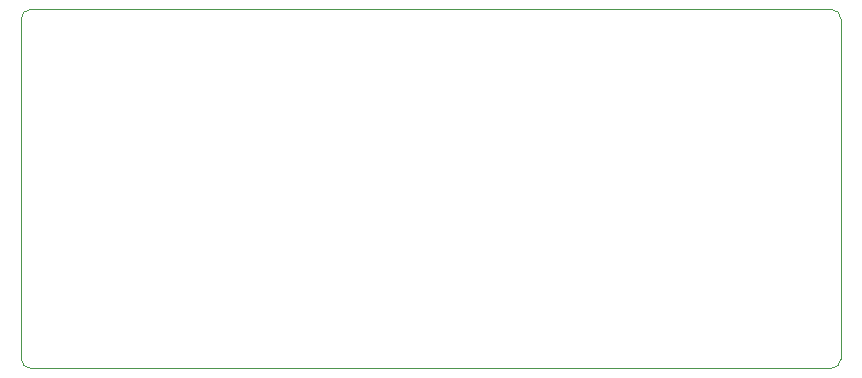
<source format=gm1>
G04 #@! TF.GenerationSoftware,KiCad,Pcbnew,(6.0.10)*
G04 #@! TF.CreationDate,2023-01-18T01:33:26+01:00*
G04 #@! TF.ProjectId,hwpuzzle,68777075-7a7a-46c6-952e-6b696361645f,0.1*
G04 #@! TF.SameCoordinates,Original*
G04 #@! TF.FileFunction,Profile,NP*
%FSLAX46Y46*%
G04 Gerber Fmt 4.6, Leading zero omitted, Abs format (unit mm)*
G04 Created by KiCad (PCBNEW (6.0.10)) date 2023-01-18 01:33:26*
%MOMM*%
%LPD*%
G01*
G04 APERTURE LIST*
G04 #@! TA.AperFunction,Profile*
%ADD10C,0.100000*%
G04 #@! TD*
G04 APERTURE END LIST*
D10*
X100000000Y-68400000D02*
X167800000Y-68400000D01*
X99200000Y-98000000D02*
X99200000Y-69200000D01*
X167800000Y-98800000D02*
X100000000Y-98800000D01*
X168600000Y-69200000D02*
X168600000Y-98000000D01*
X168600000Y-69200000D02*
G75*
G03*
X167800000Y-68400000I-800000J0D01*
G01*
X167800000Y-98800000D02*
G75*
G03*
X168600000Y-98000000I0J800000D01*
G01*
X99200000Y-98000000D02*
G75*
G03*
X100000000Y-98800000I800000J0D01*
G01*
X100000000Y-68400000D02*
G75*
G03*
X99200000Y-69200000I0J-800000D01*
G01*
M02*

</source>
